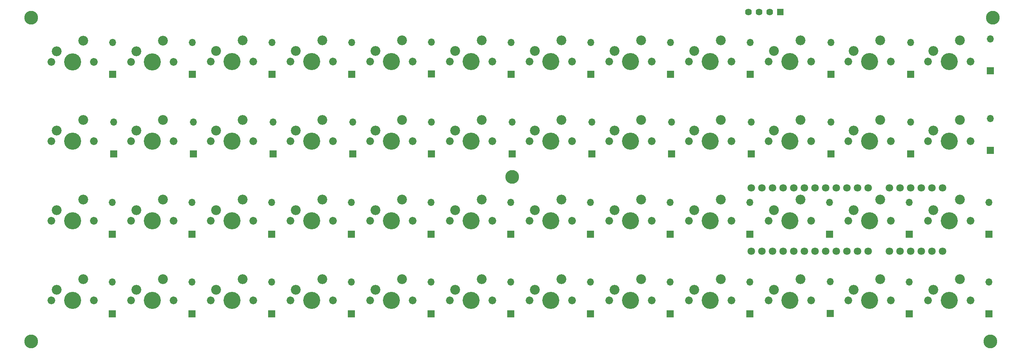
<source format=gbs>
%TF.GenerationSoftware,KiCad,Pcbnew,(5.1.6)-1*%
%TF.CreationDate,2020-05-26T22:06:07-05:00*%
%TF.ProjectId,cerkit48,6365726b-6974-4343-982e-6b696361645f,rev?*%
%TF.SameCoordinates,Original*%
%TF.FileFunction,Soldermask,Bot*%
%TF.FilePolarity,Negative*%
%FSLAX46Y46*%
G04 Gerber Fmt 4.6, Leading zero omitted, Abs format (unit mm)*
G04 Created by KiCad (PCBNEW (5.1.6)-1) date 2020-05-26 22:06:07*
%MOMM*%
%LPD*%
G01*
G04 APERTURE LIST*
%ADD10C,3.300000*%
%ADD11C,2.350000*%
%ADD12C,4.087800*%
%ADD13C,1.850000*%
%ADD14O,1.700000X1.700000*%
%ADD15R,1.700000X1.700000*%
%ADD16C,1.800000*%
%ADD17C,1.624000*%
%ADD18R,1.624000X1.624000*%
G04 APERTURE END LIST*
D10*
%TO.C,H2*%
X256540000Y-54610000D03*
%TD*%
D11*
%TO.C,SW31*%
X134302500Y-98107500D03*
D12*
X131762500Y-103187500D03*
D11*
X127952500Y-100647500D03*
D13*
X126682500Y-103187500D03*
X136842500Y-103187500D03*
%TD*%
D11*
%TO.C,SW27*%
X58102500Y-98107500D03*
D12*
X55562500Y-103187500D03*
D11*
X51752500Y-100647500D03*
D13*
X50482500Y-103187500D03*
X60642500Y-103187500D03*
%TD*%
D11*
%TO.C,SW32*%
X153352500Y-98107500D03*
D12*
X150812500Y-103187500D03*
D11*
X147002500Y-100647500D03*
D13*
X145732500Y-103187500D03*
X155892500Y-103187500D03*
%TD*%
D11*
%TO.C,SW29*%
X96202500Y-98107500D03*
D12*
X93662500Y-103187500D03*
D11*
X89852500Y-100647500D03*
D13*
X88582500Y-103187500D03*
X98742500Y-103187500D03*
%TD*%
D11*
%TO.C,SW26*%
X39052500Y-98107500D03*
D12*
X36512500Y-103187500D03*
D11*
X32702500Y-100647500D03*
D13*
X31432500Y-103187500D03*
X41592500Y-103187500D03*
%TD*%
D11*
%TO.C,SW30*%
X115252500Y-98107500D03*
D12*
X112712500Y-103187500D03*
D11*
X108902500Y-100647500D03*
D13*
X107632500Y-103187500D03*
X117792500Y-103187500D03*
%TD*%
D11*
%TO.C,SW35*%
X210502500Y-98107500D03*
D12*
X207962500Y-103187500D03*
D11*
X204152500Y-100647500D03*
D13*
X202882500Y-103187500D03*
X213042500Y-103187500D03*
%TD*%
%TO.C,SW37*%
X251142500Y-103187500D03*
X240982500Y-103187500D03*
D11*
X242252500Y-100647500D03*
D12*
X246062500Y-103187500D03*
D11*
X248602500Y-98107500D03*
%TD*%
%TO.C,SW33*%
X172402500Y-98107500D03*
D12*
X169862500Y-103187500D03*
D11*
X166052500Y-100647500D03*
D13*
X164782500Y-103187500D03*
X174942500Y-103187500D03*
%TD*%
D11*
%TO.C,SW28*%
X77152500Y-98107500D03*
D12*
X74612500Y-103187500D03*
D11*
X70802500Y-100647500D03*
D13*
X69532500Y-103187500D03*
X79692500Y-103187500D03*
%TD*%
D11*
%TO.C,SW34*%
X191452500Y-98107500D03*
D12*
X188912500Y-103187500D03*
D11*
X185102500Y-100647500D03*
D13*
X183832500Y-103187500D03*
X193992500Y-103187500D03*
%TD*%
D11*
%TO.C,SW36*%
X229552500Y-98107500D03*
D12*
X227012500Y-103187500D03*
D11*
X223202500Y-100647500D03*
D13*
X221932500Y-103187500D03*
X232092500Y-103187500D03*
%TD*%
D14*
%TO.C,D34*%
X217487500Y-98742500D03*
D15*
X217487500Y-106362500D03*
%TD*%
D14*
%TO.C,D44*%
X179387500Y-117792500D03*
D15*
X179387500Y-125412500D03*
%TD*%
D11*
%TO.C,SW15*%
X58102500Y-79057500D03*
D12*
X55562500Y-84137500D03*
D11*
X51752500Y-81597500D03*
D13*
X50482500Y-84137500D03*
X60642500Y-84137500D03*
%TD*%
D11*
%TO.C,SW3*%
X58102500Y-60037832D03*
D12*
X55562500Y-65117832D03*
D11*
X51752500Y-62577832D03*
D13*
X50482500Y-65117832D03*
X60642500Y-65117832D03*
%TD*%
D11*
%TO.C,SW20*%
X153352500Y-79057500D03*
D12*
X150812500Y-84137500D03*
D11*
X147002500Y-81597500D03*
D13*
X145732500Y-84137500D03*
X155892500Y-84137500D03*
%TD*%
D14*
%TO.C,D43*%
X160337500Y-117792500D03*
D15*
X160337500Y-125412500D03*
%TD*%
D11*
%TO.C,SW8*%
X153352500Y-60007500D03*
D12*
X150812500Y-65087500D03*
D11*
X147002500Y-62547500D03*
D13*
X145732500Y-65087500D03*
X155892500Y-65087500D03*
%TD*%
D11*
%TO.C,SW48*%
X229552500Y-117157500D03*
D12*
X227012500Y-122237500D03*
D11*
X223202500Y-119697500D03*
D13*
X221932500Y-122237500D03*
X232092500Y-122237500D03*
%TD*%
D11*
%TO.C,SW47*%
X210502500Y-117157500D03*
D12*
X207962500Y-122237500D03*
D11*
X204152500Y-119697500D03*
D13*
X202882500Y-122237500D03*
X213042500Y-122237500D03*
%TD*%
D11*
%TO.C,SW6*%
X115252500Y-60007500D03*
D12*
X112712500Y-65087500D03*
D11*
X108902500Y-62547500D03*
D13*
X107632500Y-65087500D03*
X117792500Y-65087500D03*
%TD*%
D11*
%TO.C,SW9*%
X172402500Y-60007500D03*
D12*
X169862500Y-65087500D03*
D11*
X166052500Y-62547500D03*
D13*
X164782500Y-65087500D03*
X174942500Y-65087500D03*
%TD*%
D11*
%TO.C,SW49*%
X248602500Y-117157500D03*
D12*
X246062500Y-122237500D03*
D11*
X242252500Y-119697500D03*
D13*
X240982500Y-122237500D03*
X251142500Y-122237500D03*
%TD*%
D11*
%TO.C,SW46*%
X191452500Y-117157500D03*
D12*
X188912500Y-122237500D03*
D11*
X185102500Y-119697500D03*
D13*
X183832500Y-122237500D03*
X193992500Y-122237500D03*
%TD*%
D11*
%TO.C,SW45*%
X172402500Y-117157500D03*
D12*
X169862500Y-122237500D03*
D11*
X166052500Y-119697500D03*
D13*
X164782500Y-122237500D03*
X174942500Y-122237500D03*
%TD*%
D11*
%TO.C,SW22*%
X191452500Y-79057500D03*
D12*
X188912500Y-84137500D03*
D11*
X185102500Y-81597500D03*
D13*
X183832500Y-84137500D03*
X193992500Y-84137500D03*
%TD*%
D11*
%TO.C,SW19*%
X134302500Y-79057500D03*
D12*
X131762500Y-84137500D03*
D11*
X127952500Y-81597500D03*
D13*
X126682500Y-84137500D03*
X136842500Y-84137500D03*
%TD*%
D11*
%TO.C,SW13*%
X248602500Y-60007500D03*
D12*
X246062500Y-65087500D03*
D11*
X242252500Y-62547500D03*
D13*
X240982500Y-65087500D03*
X251142500Y-65087500D03*
%TD*%
D11*
%TO.C,SW11*%
X210502500Y-60007500D03*
D12*
X207962500Y-65087500D03*
D11*
X204152500Y-62547500D03*
D13*
X202882500Y-65087500D03*
X213042500Y-65087500D03*
%TD*%
D11*
%TO.C,SW25*%
X248602500Y-79057500D03*
D12*
X246062500Y-84137500D03*
D11*
X242252500Y-81597500D03*
D13*
X240982500Y-84137500D03*
X251142500Y-84137500D03*
%TD*%
D11*
%TO.C,SW23*%
X210502500Y-79057500D03*
D12*
X207962500Y-84137500D03*
D11*
X204152500Y-81597500D03*
D13*
X202882500Y-84137500D03*
X213042500Y-84137500D03*
%TD*%
D11*
%TO.C,SW18*%
X115252500Y-79057500D03*
D12*
X112712500Y-84137500D03*
D11*
X108902500Y-81597500D03*
D13*
X107632500Y-84137500D03*
X117792500Y-84137500D03*
%TD*%
D11*
%TO.C,SW38*%
X39052500Y-117157500D03*
D12*
X36512500Y-122237500D03*
D11*
X32702500Y-119697500D03*
D13*
X31432500Y-122237500D03*
X41592500Y-122237500D03*
%TD*%
D11*
%TO.C,SW39*%
X58102500Y-117157500D03*
D12*
X55562500Y-122237500D03*
D11*
X51752500Y-119697500D03*
D13*
X50482500Y-122237500D03*
X60642500Y-122237500D03*
%TD*%
D11*
%TO.C,SW17*%
X96202500Y-79057500D03*
D12*
X93662500Y-84137500D03*
D11*
X89852500Y-81597500D03*
D13*
X88582500Y-84137500D03*
X98742500Y-84137500D03*
%TD*%
D11*
%TO.C,SW14*%
X39052500Y-79057500D03*
D12*
X36512500Y-84137500D03*
D11*
X32702500Y-81597500D03*
D13*
X31432500Y-84137500D03*
X41592500Y-84137500D03*
%TD*%
D11*
%TO.C,SW41*%
X96202500Y-117157500D03*
D12*
X93662500Y-122237500D03*
D11*
X89852500Y-119697500D03*
D13*
X88582500Y-122237500D03*
X98742500Y-122237500D03*
%TD*%
D11*
%TO.C,SW21*%
X172402500Y-79057500D03*
D12*
X169862500Y-84137500D03*
D11*
X166052500Y-81597500D03*
D13*
X164782500Y-84137500D03*
X174942500Y-84137500D03*
%TD*%
D11*
%TO.C,SW42*%
X115252500Y-117157500D03*
D12*
X112712500Y-122237500D03*
D11*
X108902500Y-119697500D03*
D13*
X107632500Y-122237500D03*
X117792500Y-122237500D03*
%TD*%
D11*
%TO.C,SW43*%
X134302500Y-117157500D03*
D12*
X131762500Y-122237500D03*
D11*
X127952500Y-119697500D03*
D13*
X126682500Y-122237500D03*
X136842500Y-122237500D03*
%TD*%
D11*
%TO.C,SW44*%
X153352500Y-117157500D03*
D12*
X150812500Y-122237500D03*
D11*
X147002500Y-119697500D03*
D13*
X145732500Y-122237500D03*
X155892500Y-122237500D03*
%TD*%
D11*
%TO.C,SW40*%
X77152500Y-117157500D03*
D12*
X74612500Y-122237500D03*
D11*
X70802500Y-119697500D03*
D13*
X69532500Y-122237500D03*
X79692500Y-122237500D03*
%TD*%
D11*
%TO.C,SW24*%
X229552500Y-79057500D03*
D12*
X227012500Y-84137500D03*
D11*
X223202500Y-81597500D03*
D13*
X221932500Y-84137500D03*
X232092500Y-84137500D03*
%TD*%
D11*
%TO.C,SW16*%
X77152500Y-79057500D03*
D12*
X74612500Y-84137500D03*
D11*
X70802500Y-81597500D03*
D13*
X69532500Y-84137500D03*
X79692500Y-84137500D03*
%TD*%
D11*
%TO.C,SW12*%
X229552500Y-60007500D03*
D12*
X227012500Y-65087500D03*
D11*
X223202500Y-62547500D03*
D13*
X221932500Y-65087500D03*
X232092500Y-65087500D03*
%TD*%
D11*
%TO.C,SW7*%
X134302500Y-60007500D03*
D12*
X131762500Y-65087500D03*
D11*
X127952500Y-62547500D03*
D13*
X126682500Y-65087500D03*
X136842500Y-65087500D03*
%TD*%
D11*
%TO.C,SW4*%
X77152500Y-60007500D03*
D12*
X74612500Y-65087500D03*
D11*
X70802500Y-62547500D03*
D13*
X69532500Y-65087500D03*
X79692500Y-65087500D03*
%TD*%
D14*
%TO.C,D48*%
X255587500Y-117792500D03*
D15*
X255587500Y-125412500D03*
%TD*%
D14*
%TO.C,D47*%
X236537500Y-117792500D03*
D15*
X236537500Y-125412500D03*
%TD*%
D14*
%TO.C,D42*%
X141287500Y-117792500D03*
D15*
X141287500Y-125412500D03*
%TD*%
D14*
%TO.C,D46*%
X217678000Y-117729000D03*
D15*
X217678000Y-125349000D03*
%TD*%
D14*
%TO.C,D41*%
X122237500Y-117792500D03*
D15*
X122237500Y-125412500D03*
%TD*%
D14*
%TO.C,D45*%
X198437500Y-117792500D03*
D15*
X198437500Y-125412500D03*
%TD*%
%TO.C,D37*%
X46037500Y-125412500D03*
D14*
X46037500Y-117792500D03*
%TD*%
%TO.C,D36*%
X255587500Y-98742500D03*
D15*
X255587500Y-106362500D03*
%TD*%
D14*
%TO.C,D35*%
X236537500Y-98742500D03*
D15*
X236537500Y-106362500D03*
%TD*%
D14*
%TO.C,D33*%
X198437500Y-98742500D03*
D15*
X198437500Y-106362500D03*
%TD*%
D11*
%TO.C,SW5*%
X96202500Y-60007500D03*
D12*
X93662500Y-65087500D03*
D11*
X89852500Y-62547500D03*
D13*
X88582500Y-65087500D03*
X98742500Y-65087500D03*
%TD*%
D11*
%TO.C,SW2*%
X39060078Y-60037832D03*
D12*
X36520078Y-65117832D03*
D11*
X32710078Y-62577832D03*
D13*
X31440078Y-65117832D03*
X41600078Y-65117832D03*
%TD*%
D15*
%TO.C,D39*%
X84137500Y-125412500D03*
D14*
X84137500Y-117792500D03*
%TD*%
%TO.C,D38*%
X65087500Y-117792500D03*
D15*
X65087500Y-125412500D03*
%TD*%
D11*
%TO.C,SW10*%
X191452500Y-60007500D03*
D12*
X188912500Y-65087500D03*
D11*
X185102500Y-62547500D03*
D13*
X183832500Y-65087500D03*
X193992500Y-65087500D03*
%TD*%
D14*
%TO.C,D40*%
X103187500Y-117792500D03*
D15*
X103187500Y-125412500D03*
%TD*%
D14*
%TO.C,D8*%
X179451000Y-60483750D03*
D15*
X179451000Y-68103750D03*
%TD*%
D14*
%TO.C,D7*%
X160401000Y-60483750D03*
D15*
X160401000Y-68103750D03*
%TD*%
D14*
%TO.C,D17*%
X122301000Y-79533750D03*
D15*
X122301000Y-87153750D03*
%TD*%
D14*
%TO.C,D18*%
X141605000Y-79533750D03*
D15*
X141605000Y-87153750D03*
%TD*%
D14*
%TO.C,D31*%
X160337500Y-98742500D03*
D15*
X160337500Y-106362500D03*
%TD*%
D14*
%TO.C,D29*%
X122237500Y-98742500D03*
D15*
X122237500Y-106362500D03*
%TD*%
%TO.C,D25*%
X46037500Y-106362500D03*
D14*
X46037500Y-98742500D03*
%TD*%
%TO.C,D22*%
X217805000Y-79533750D03*
D15*
X217805000Y-87153750D03*
%TD*%
D14*
%TO.C,D16*%
X103505000Y-79533750D03*
D15*
X103505000Y-87153750D03*
%TD*%
D14*
%TO.C,D4*%
X103251000Y-60483750D03*
D15*
X103251000Y-68103750D03*
%TD*%
D14*
%TO.C,D32*%
X179387500Y-98742500D03*
D15*
X179387500Y-106362500D03*
%TD*%
D14*
%TO.C,D26*%
X65087500Y-98742500D03*
D15*
X65087500Y-106362500D03*
%TD*%
D14*
%TO.C,D19*%
X160655000Y-79533750D03*
D15*
X160655000Y-87153750D03*
%TD*%
D14*
%TO.C,D24*%
X255905000Y-78740000D03*
D15*
X255905000Y-86360000D03*
%TD*%
D14*
%TO.C,D11*%
X236855000Y-60483750D03*
D15*
X236855000Y-68103750D03*
%TD*%
D14*
%TO.C,D14*%
X65405000Y-79533750D03*
D15*
X65405000Y-87153750D03*
%TD*%
D14*
%TO.C,D10*%
X217805000Y-60483750D03*
D15*
X217805000Y-68103750D03*
%TD*%
D14*
%TO.C,D30*%
X141287500Y-98742500D03*
D15*
X141287500Y-106362500D03*
%TD*%
D14*
%TO.C,D9*%
X198501000Y-60483750D03*
D15*
X198501000Y-68103750D03*
%TD*%
D14*
%TO.C,D20*%
X179705000Y-79533750D03*
D15*
X179705000Y-87153750D03*
%TD*%
D14*
%TO.C,D12*%
X255905000Y-59690000D03*
D15*
X255905000Y-67310000D03*
%TD*%
D14*
%TO.C,D23*%
X236855000Y-79533750D03*
D15*
X236855000Y-87153750D03*
%TD*%
%TO.C,D3*%
X84201000Y-68103750D03*
D14*
X84201000Y-60483750D03*
%TD*%
%TO.C,D2*%
X65151000Y-60483750D03*
D15*
X65151000Y-68103750D03*
%TD*%
%TO.C,D1*%
X46101000Y-68103750D03*
D14*
X46101000Y-60483750D03*
%TD*%
%TO.C,D21*%
X198755000Y-79533750D03*
D15*
X198755000Y-87153750D03*
%TD*%
D14*
%TO.C,D28*%
X103187500Y-98742500D03*
D15*
X103187500Y-106362500D03*
%TD*%
%TO.C,D27*%
X84137500Y-106362500D03*
D14*
X84137500Y-98742500D03*
%TD*%
D15*
%TO.C,D13*%
X46355000Y-87153750D03*
D14*
X46355000Y-79533750D03*
%TD*%
D15*
%TO.C,D15*%
X84455000Y-87153750D03*
D14*
X84455000Y-79533750D03*
%TD*%
%TO.C,D6*%
X141351000Y-60483750D03*
D15*
X141351000Y-68103750D03*
%TD*%
D14*
%TO.C,D5*%
X122301000Y-60452000D03*
D15*
X122301000Y-68072000D03*
%TD*%
D16*
%TO.C,U1*%
X244465000Y-110485000D03*
X241925000Y-110485000D03*
X236845000Y-110485000D03*
X239385000Y-110485000D03*
X231765000Y-110485000D03*
X234305000Y-110485000D03*
X226685000Y-110485000D03*
X219065000Y-110485000D03*
X224145000Y-110485000D03*
X221605000Y-110485000D03*
X216525000Y-110485000D03*
X213985000Y-110485000D03*
X211445000Y-110485000D03*
X206365000Y-110485000D03*
X208905000Y-110485000D03*
X203825000Y-110485000D03*
X201285000Y-110485000D03*
X231765000Y-95270000D03*
X244465000Y-95270000D03*
X236845000Y-95270000D03*
X241925000Y-95270000D03*
X239385000Y-95270000D03*
X234305000Y-95270000D03*
X226685000Y-95270000D03*
X224145000Y-95270000D03*
X221605000Y-95270000D03*
X219065000Y-95270000D03*
X216525000Y-95270000D03*
X213985000Y-95270000D03*
X211445000Y-95270000D03*
X208905000Y-95270000D03*
X206365000Y-95270000D03*
X203825000Y-95270000D03*
X198745000Y-95270000D03*
X201285000Y-95270000D03*
X198745000Y-110485000D03*
%TD*%
D17*
%TO.C,J1*%
X198120000Y-53181250D03*
X200660000Y-53181250D03*
X203200000Y-53181250D03*
D18*
X205740000Y-53181250D03*
%TD*%
D10*
%TO.C,H5*%
X255905000Y-132080000D03*
%TD*%
%TO.C,H4*%
X26670000Y-132080000D03*
%TD*%
%TO.C,H3*%
X141605000Y-92710000D03*
%TD*%
%TO.C,H1*%
X26670000Y-54610000D03*
%TD*%
M02*

</source>
